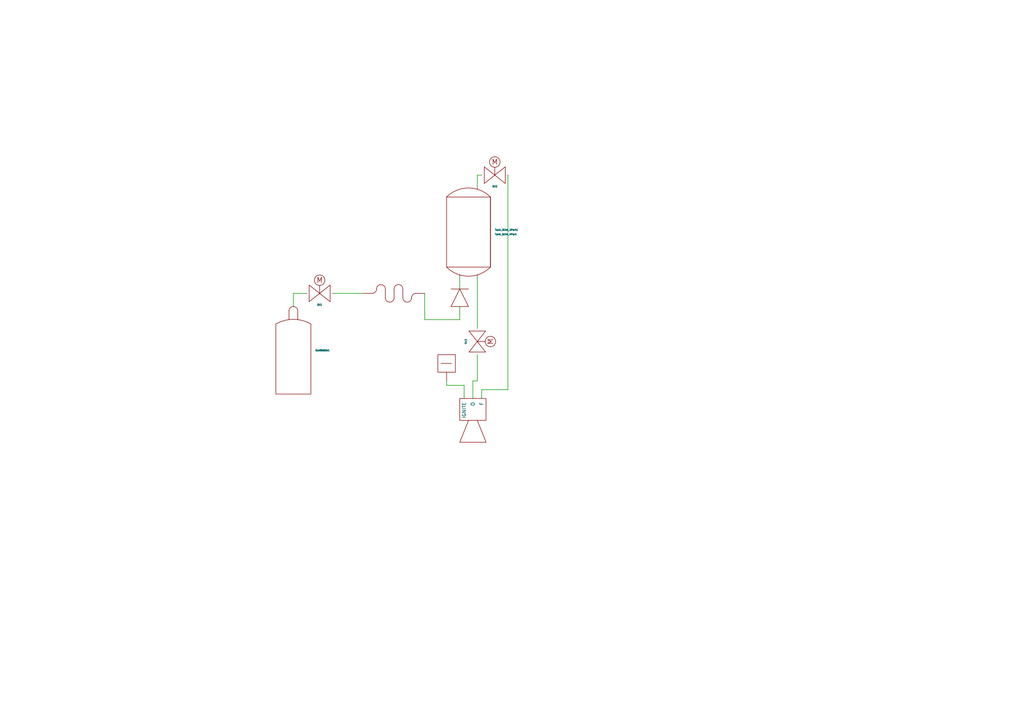
<source format=kicad_sch>
(kicad_sch (version 20231120) (generator "eeschema") (generator_version "8.0")
  (paper "A4")
  (lib_symbols
    (symbol "PnID:CheckValve" (pin_numbers hide) (pin_names (offset 1.016))
      (property "Reference" "CheckValve" (at 0 -3.302 0))
      (symbol "CheckValve_0_0"
        (polyline (pts (xy 2.54 2.54) (xy 2.54 -2.54)))
        (polyline (pts (xy -2.54 2.54) (xy -2.54 -2.54) (xy 2.54 0) (xy -2.54 2.54)))
      )
      (symbol "CheckValve_1_1"
        (pin bidirectional line (at -2.54 0 0) (length 0) (name "~") (number "~"))
        (pin bidirectional line (at 2.54 0 180) (length 0) (name "~") (number "~"))
      )
    )
    (symbol "PnID:Engine" (pin_numbers hide) (pin_names (offset 1.016))
      (property "Reference" "Engine?" (at 0 -11.43 0))
      (symbol "Engine_0_0"
        (rectangle (start -3.81 2.54) (end 3.81 -3.81))
        (polyline (pts (xy -1.27 -3.81) (xy -3.81 -10.16) (xy 3.81 -10.16) (xy 1.27 -3.81)))
      )
      (symbol "Engine_1_1"
        (pin input line (at -2.54 2.54 270) (length 0) (name "F") (number "~"))
        (pin bidirectional line (at 2.54 2.54 270) (length 0) (name "IGNITE") (number "~"))
        (pin input line (at 0 2.54 270) (length 0) (name "O") (number "~"))
      )
    )
    (symbol "PnID:GasBottle" (pin_numbers hide) (pin_names (offset 1.016))
      (property "Reference" "GasBottle" (at 0 -1.016 0))
      (symbol "GasBottle_0_0"
        (polyline (pts (xy -1.27 8.89) (xy -1.27 11.43)))
        (polyline (pts (xy 1.27 8.89) (xy 1.27 11.43)))
        (polyline (pts (xy -5.08 7.62) (xy -5.08 -12.7) (xy 5.08 -12.7) (xy 5.08 7.62)))
        (arc (start 1.27 11.43) (mid 0 12.6944) (end -1.27 11.43))
        (arc (start 5.08 7.62) (mid 0 8.9691) (end -5.08 7.62))
      )
      (symbol "GasBottle_1_1"
        (pin output line (at 0 12.7 270) (length 0) (name "~") (number "~"))
      )
    )
    (symbol "PnID:Hose" (pin_numbers hide) (pin_names (offset 1.016))
      (property "Reference" "Hose" (at 0 -3.81 0))
      (symbol "Hose_0_0"
        (arc (start -6.35 0) (mid -5.4612 0.3734) (end -5.08 1.27))
        (arc (start -2.54 -1.27) (mid -1.27 -2.5344) (end 0 -1.27))
        (arc (start -2.54 1.27) (mid -3.81 2.5344) (end -5.08 1.27))
        (polyline (pts (xy -2.54 1.27) (xy -2.54 -1.27)))
        (polyline (pts (xy 0 1.27) (xy 0 -1.27)))
        (polyline (pts (xy 2.54 1.27) (xy 2.54 -1.27)))
        (arc (start 2.54 -1.27) (mid 3.81 -2.5344) (end 5.08 -1.27))
        (arc (start 2.54 1.27) (mid 1.27 2.5344) (end 0 1.27))
        (arc (start 6.35 0) (mid 5.4612 -0.3734) (end 5.08 -1.27))
      )
      (symbol "Hose_1_1"
        (pin bidirectional line (at -8.89 0 0) (length 2.54) (name "~") (number "~"))
        (pin bidirectional line (at 8.89 0 180) (length 2.54) (name "~") (number "~"))
      )
    )
    (symbol "PnID:Tank_Slim_4Port" (pin_numbers hide) (pin_names (offset 1.016))
      (property "Reference" "Tank_Slim_4Port?" (at 7.62 0.635 0))
      (property "Value" "Tank_Slim_4Port" (at 7.62 -0.635 0))
      (symbol "Tank_Slim_4Port_0_0"
        (polyline (pts (xy 6.35 10.16) (xy 6.35 -10.16)))
      )
      (symbol "Tank_Slim_4Port_0_1"
        (arc (start -6.35 -10.1599) (mid 0 -12.7902) (end 6.35 -10.1599))
        (rectangle (start -6.35 10.16) (end 6.35 -10.16))
        (arc (start 6.35 10.1599) (mid 0 12.7902) (end -6.35 10.1599))
      )
      (symbol "Tank_Slim_4Port_1_1"
        (pin bidirectional line (at -2.54 -12.7 90) (length 0.2032) (name "~") (number "~"))
        (pin bidirectional line (at 2.54 -12.7 90) (length 0.2032) (name "~") (number "~"))
        (pin bidirectional line (at 2.54 12.7 270) (length 0.2032) (name "~") (number "~"))
      )
    )
    (symbol "PnID:Valve_Servo_Small" (pin_names (offset 1.016))
      (property "Value" "Valve_Servo_Small" (at 0 6.35 0))
      (symbol "Valve_Servo_Small_0_0"
        (polyline (pts (xy 0 0) (xy -3.048 2.413) (xy -3.048 -2.413) (xy 0 0)))
      )
      (symbol "Valve_Servo_Small_1_1"
        (polyline (pts (xy 0 0) (xy 0 2.286)))
        (polyline (pts (xy 0 0) (xy 3.048 -2.413) (xy 3.048 2.413) (xy 0 0)))
        (circle (center 0 3.81) (radius 1.524))
        (text "M" (at 0 3.81 0) (effects (font (size 1.4986 1.4986))))
        (pin bidirectional line (at -3.81 0 0) (length 0) (name "~") (number ""))
        (pin bidirectional line (at 3.81 0 180) (length 0) (name "~") (number ""))
      )
    )
    (symbol "PnID:igniter" (pin_names (offset 1.016))
      (property "Value" "igniter" (at -5.08 0 0))
      (symbol "igniter_0_0"
        (text "I" (at 0 0 0) (effects (font (size 2.9972 2.9972))))
      )
      (symbol "igniter_0_1"
        (rectangle (start -2.54 2.54) (end 2.54 -2.54))
      )
      (symbol "igniter_1_1"
        (pin input line (at 5.08 0 180) (length 2.54) (name "~") (number "~"))
      )
    )
  )
  (wire (pts (xy 133.35 83.82) (xy 133.35 80.01)))
  (wire (pts (xy 147.32 113.03) (xy 139.7 113.03)))
  (wire (pts (xy 123.19 92.71) (xy 133.35 92.71)))
  (wire (pts (xy 129.54 110.49) (xy 129.54 111.76)))
  (wire (pts (xy 133.35 88.9) (xy 133.35 92.71)))
  (wire (pts (xy 85.09 85.09) (xy 85.09 88.9)))
  (wire (pts (xy 138.43 80.01) (xy 138.43 95.25)))
  (wire (pts (xy 138.43 50.8) (xy 138.43 54.61)))
  (wire (pts (xy 138.43 110.49) (xy 137.16 110.49)))
  (wire (pts (xy 147.32 50.8) (xy 147.32 113.03)))
  (wire (pts (xy 139.7 50.8) (xy 138.43 50.8)))
  (wire (pts (xy 123.19 85.09) (xy 123.19 92.71)))
  (wire (pts (xy 137.16 110.49) (xy 137.16 115.57)))
  (wire (pts (xy 139.7 113.03) (xy 139.7 115.57)))
  (wire (pts (xy 138.43 102.87) (xy 138.43 110.49)))
  (wire (pts (xy 129.54 111.76) (xy 134.62 111.76)))
  (wire (pts (xy 88.9 85.09) (xy 85.09 85.09)))
  (wire (pts (xy 134.62 111.76) (xy 134.62 115.57)))
  (wire (pts (xy 96.52 85.09) (xy 105.41 85.09)))
  (symbol (lib_id "PnID:Hose") (at 114.3 85.09 0) (unit 1)
    (property "Reference" "Hose1" (effects (hide yes)))
    (property "Value" "Hose" (effects (hide yes)))
  )
  (symbol (lib_id "PnID:igniter") (at 129.54 105.41 270) (unit 1)
    (property "Reference" "igniter1" (effects (hide yes)))
    (property "Value" "igniter" (effects (hide yes)))
    (property "Unit" "Ohm" (effects (hide yes)))
  )
  (symbol (lib_id "PnID:CheckValve") (at 133.35 86.36 90) (unit 1)
    (property "Reference" "CheckValve1" (effects (hide yes)))
    (property "Value" "CheckValve" (effects (hide yes)))
  )
  (symbol (lib_id "PnID:Tank_Slim_4Port") (at 135.89 67.31 0) (unit 1)
    (property "Reference" "Tank_Slim_4Port1" (at 143.51 66.675 0) (effects (font (size 0.508 0.508)) (justify left)))
    (property "Value" "Tank_Slim_4Port" (at 143.51 67.945 0) (effects (font (size 0.508 0.508)) (justify left)))
    (property "Unit" "%" (effects (hide yes)))
    (property "Action_Reference" " " (effects (hide yes)))
    (property "Data_Content" " " (effects (hide yes)))
  )
  (symbol (lib_id "PnID:GasBottle") (at 85.09 101.6 0) (unit 1)
    (property "Reference" "GasBottle1" (at 91.44 101.6 0) (effects (font (size 0.508 0.508)) (justify left)))
    (property "Value" "NitrousBottle" (effects (hide yes)))
  )
  (symbol (lib_id "PnID:Engine") (at 137.16 118.11 0) (mirror y) (unit 1)
    (property "Reference" "Engine1" (effects (hide yes)))
    (property "Value" "Engine" (effects (hide yes)))
    (property "Action_Reference" " " (effects (hide yes)))
  )
  (symbol (lib_name "PnID:Valve_Servo_Small") (lib_id "PnID:Valve_Servo_Small") (at 138.43 99.06 270) (unit 1)
    (property "Reference" "SV3" (at 135.128 99.06 0) (effects (font (size 0.508 0.508))))
    (property "Value" "Valve_Servo_Small" (effects (hide yes)))
    (property "Unit" "%" (effects (hide yes)))
  )
  (symbol (lib_name "PnID:Valve_Servo_Small") (lib_id "PnID:Valve_Servo_Small") (at 92.71 85.09 0) (unit 1)
    (property "Reference" "SV1" (at 92.71 88.392 0) (effects (font (size 0.508 0.508))))
    (property "Value" "Valve_Servo_Small" (effects (hide yes)))
    (property "Unit" "%" (effects (hide yes)))
  )
  (symbol (lib_name "PnID:Valve_Servo_Small") (lib_id "PnID:Valve_Servo_Small") (at 143.51 50.8 0) (unit 1)
    (property "Reference" "SV2" (at 143.51 54.102 0) (effects (font (size 0.508 0.508))))
    (property "Value" "Valve_Servo_Small" (effects (hide yes)))
    (property "Unit" "%" (effects (hide yes)))
  )
)
</source>
